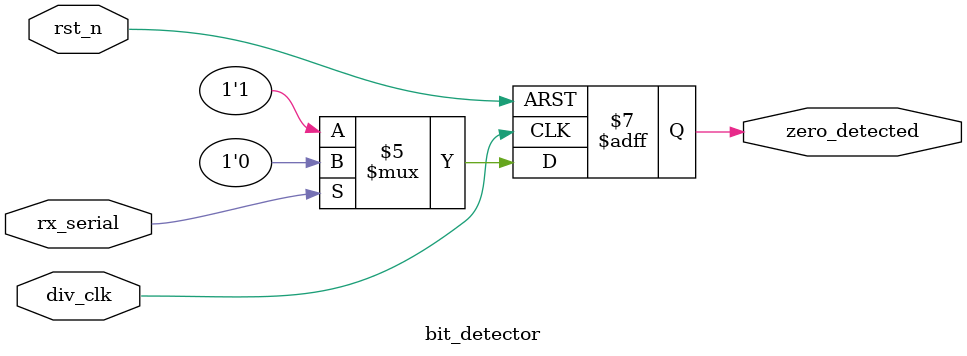
<source format=sv>
module bit_detector (
    input logic div_clk,
    input logic rx_serial,
    input logic rst_n,
    output logic zero_detected
);
always_ff @(posedge div_clk or negedge rst_n) begin
    if (!rst_n) begin
        zero_detected <= 1'b0;
    end
    else if (rx_serial == 1'b0) begin
        zero_detected <= 1'b1;
    end else begin
        zero_detected <= 1'b0;
    end
end

endmodule
</source>
